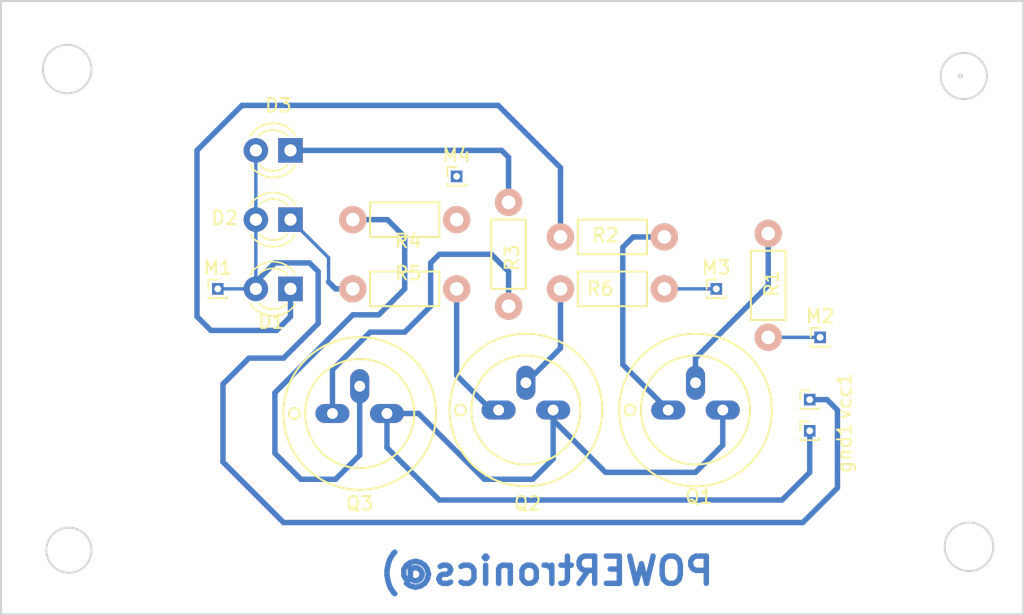
<source format=kicad_pcb>
(kicad_pcb (version 4) (host pcbnew 4.0.5)

  (general
    (links 19)
    (no_connects 1)
    (area 104.924999 49.924999 180.075001 95.075001)
    (thickness 1.6)
    (drawings 10)
    (tracks 84)
    (zones 0)
    (modules 18)
    (nets 15)
  )

  (page A4)
  (title_block
    (title "Water Level Indicator(without Alarm)")
    (date 2019-11-03)
    (company POWERtronics)
  )

  (layers
    (0 F.Cu signal)
    (31 B.Cu signal)
    (32 B.Adhes user)
    (33 F.Adhes user)
    (34 B.Paste user)
    (35 F.Paste user)
    (36 B.SilkS user)
    (37 F.SilkS user)
    (38 B.Mask user)
    (39 F.Mask user)
    (40 Dwgs.User user)
    (41 Cmts.User user)
    (42 Eco1.User user)
    (43 Eco2.User user)
    (44 Edge.Cuts user)
    (45 Margin user)
    (46 B.CrtYd user)
    (47 F.CrtYd user)
    (48 B.Fab user)
    (49 F.Fab user)
  )

  (setup
    (last_trace_width 0.25)
    (user_trace_width 0.4)
    (trace_clearance 0.2)
    (zone_clearance 0.508)
    (zone_45_only yes)
    (trace_min 0.2)
    (segment_width 0.2)
    (edge_width 0.15)
    (via_size 0.6)
    (via_drill 0.4)
    (via_min_size 0.4)
    (via_min_drill 0.3)
    (uvia_size 0.3)
    (uvia_drill 0.1)
    (uvias_allowed no)
    (uvia_min_size 0.2)
    (uvia_min_drill 0.1)
    (pcb_text_width 0.3)
    (pcb_text_size 1.5 1.5)
    (mod_edge_width 0.15)
    (mod_text_size 1 1)
    (mod_text_width 0.15)
    (pad_size 1.524 1.524)
    (pad_drill 0.762)
    (pad_to_mask_clearance 0.2)
    (aux_axis_origin 0 0)
    (visible_elements 7FFFFFFF)
    (pcbplotparams
      (layerselection 0x00030_80000001)
      (usegerberextensions false)
      (excludeedgelayer true)
      (linewidth 0.100000)
      (plotframeref false)
      (viasonmask false)
      (mode 1)
      (useauxorigin false)
      (hpglpennumber 1)
      (hpglpenspeed 20)
      (hpglpendiameter 15)
      (hpglpenoverlay 2)
      (psnegative false)
      (psa4output false)
      (plotreference true)
      (plotvalue true)
      (plotinvisibletext false)
      (padsonsilk false)
      (subtractmaskfromsilk false)
      (outputformat 1)
      (mirror false)
      (drillshape 0)
      (scaleselection 1)
      (outputdirectory ""))
  )

  (net 0 "")
  (net 1 "Net-(D1-Pad1)")
  (net 2 "Net-(D1-Pad2)")
  (net 3 "Net-(D2-Pad1)")
  (net 4 "Net-(D3-Pad1)")
  (net 5 "Net-(Q1-Pad3)")
  (net 6 "Net-(M2-Pad1)")
  (net 7 "Net-(M3-Pad1)")
  (net 8 "Net-(M4-Pad1)")
  (net 9 "Net-(Q1-Pad2)")
  (net 10 "Net-(Q1-Pad1)")
  (net 11 "Net-(Q2-Pad2)")
  (net 12 "Net-(Q2-Pad1)")
  (net 13 "Net-(Q3-Pad2)")
  (net 14 "Net-(Q3-Pad1)")

  (net_class Default "This is the default net class."
    (clearance 0.2)
    (trace_width 0.25)
    (via_dia 0.6)
    (via_drill 0.4)
    (uvia_dia 0.3)
    (uvia_drill 0.1)
    (add_net "Net-(D1-Pad1)")
    (add_net "Net-(D1-Pad2)")
    (add_net "Net-(D2-Pad1)")
    (add_net "Net-(D3-Pad1)")
    (add_net "Net-(M2-Pad1)")
    (add_net "Net-(M3-Pad1)")
    (add_net "Net-(M4-Pad1)")
    (add_net "Net-(Q1-Pad1)")
    (add_net "Net-(Q1-Pad2)")
    (add_net "Net-(Q1-Pad3)")
    (add_net "Net-(Q2-Pad1)")
    (add_net "Net-(Q2-Pad2)")
    (add_net "Net-(Q3-Pad1)")
    (add_net "Net-(Q3-Pad2)")
  )

  (module LEDs:LED_D3.0mm_FlatTop (layer F.Cu) (tedit 5DBE92D9) (tstamp 5DBE828D)
    (at 126.238 71.12 180)
    (descr "LED, Round, FlatTop, diameter 3.0mm, 2 pins, http://www.kingbright.com/attachments/file/psearch/000/00/00/L-47XEC(Ver.9A).pdf")
    (tags "LED Round FlatTop diameter 3.0mm 2 pins")
    (path /5DBE802B)
    (fp_text reference D1 (at 1.397 -2.413 180) (layer F.SilkS)
      (effects (font (size 1 1) (thickness 0.15)))
    )
    (fp_text value LED (at 1.27 2.96 180) (layer F.Fab)
      (effects (font (size 1 1) (thickness 0.15)))
    )
    (fp_arc (start 1.27 0) (end -0.23 -1.16619) (angle 284.3) (layer F.Fab) (width 0.1))
    (fp_arc (start 1.27 0) (end -0.29 -1.235516) (angle 108.8) (layer F.SilkS) (width 0.12))
    (fp_arc (start 1.27 0) (end -0.29 1.235516) (angle -108.8) (layer F.SilkS) (width 0.12))
    (fp_arc (start 1.27 0) (end 0.229039 -1.08) (angle 87.9) (layer F.SilkS) (width 0.12))
    (fp_arc (start 1.27 0) (end 0.229039 1.08) (angle -87.9) (layer F.SilkS) (width 0.12))
    (fp_circle (center 1.27 0) (end 2.77 0) (layer F.Fab) (width 0.1))
    (fp_line (start -0.23 -1.16619) (end -0.23 1.16619) (layer F.Fab) (width 0.1))
    (fp_line (start -0.29 -1.236) (end -0.29 -1.08) (layer F.SilkS) (width 0.12))
    (fp_line (start -0.29 1.08) (end -0.29 1.236) (layer F.SilkS) (width 0.12))
    (fp_line (start -1.15 -2.25) (end -1.15 2.25) (layer F.CrtYd) (width 0.05))
    (fp_line (start -1.15 2.25) (end 3.7 2.25) (layer F.CrtYd) (width 0.05))
    (fp_line (start 3.7 2.25) (end 3.7 -2.25) (layer F.CrtYd) (width 0.05))
    (fp_line (start 3.7 -2.25) (end -1.15 -2.25) (layer F.CrtYd) (width 0.05))
    (pad 1 thru_hole rect (at 0 0 180) (size 1.8 1.8) (drill 0.9) (layers *.Cu *.Mask)
      (net 1 "Net-(D1-Pad1)"))
    (pad 2 thru_hole circle (at 2.54 0 180) (size 1.8 1.8) (drill 0.9) (layers *.Cu *.Mask)
      (net 2 "Net-(D1-Pad2)"))
    (model ${KISYS3DMOD}/LEDs.3dshapes/LED_D3.0mm_FlatTop.wrl
      (at (xyz 0 0 0))
      (scale (xyz 0.393701 0.393701 0.393701))
      (rotate (xyz 0 0 0))
    )
  )

  (module LEDs:LED_D3.0mm_FlatTop (layer F.Cu) (tedit 5DBE92D6) (tstamp 5DBE8293)
    (at 126.238 66.04 180)
    (descr "LED, Round, FlatTop, diameter 3.0mm, 2 pins, http://www.kingbright.com/attachments/file/psearch/000/00/00/L-47XEC(Ver.9A).pdf")
    (tags "LED Round FlatTop diameter 3.0mm 2 pins")
    (path /5DBE805B)
    (fp_text reference D2 (at 4.826 0.127 180) (layer F.SilkS)
      (effects (font (size 1 1) (thickness 0.15)))
    )
    (fp_text value LED (at 1.27 2.96 180) (layer F.Fab)
      (effects (font (size 1 1) (thickness 0.15)))
    )
    (fp_arc (start 1.27 0) (end -0.23 -1.16619) (angle 284.3) (layer F.Fab) (width 0.1))
    (fp_arc (start 1.27 0) (end -0.29 -1.235516) (angle 108.8) (layer F.SilkS) (width 0.12))
    (fp_arc (start 1.27 0) (end -0.29 1.235516) (angle -108.8) (layer F.SilkS) (width 0.12))
    (fp_arc (start 1.27 0) (end 0.229039 -1.08) (angle 87.9) (layer F.SilkS) (width 0.12))
    (fp_arc (start 1.27 0) (end 0.229039 1.08) (angle -87.9) (layer F.SilkS) (width 0.12))
    (fp_circle (center 1.27 0) (end 2.77 0) (layer F.Fab) (width 0.1))
    (fp_line (start -0.23 -1.16619) (end -0.23 1.16619) (layer F.Fab) (width 0.1))
    (fp_line (start -0.29 -1.236) (end -0.29 -1.08) (layer F.SilkS) (width 0.12))
    (fp_line (start -0.29 1.08) (end -0.29 1.236) (layer F.SilkS) (width 0.12))
    (fp_line (start -1.15 -2.25) (end -1.15 2.25) (layer F.CrtYd) (width 0.05))
    (fp_line (start -1.15 2.25) (end 3.7 2.25) (layer F.CrtYd) (width 0.05))
    (fp_line (start 3.7 2.25) (end 3.7 -2.25) (layer F.CrtYd) (width 0.05))
    (fp_line (start 3.7 -2.25) (end -1.15 -2.25) (layer F.CrtYd) (width 0.05))
    (pad 1 thru_hole rect (at 0 0 180) (size 1.8 1.8) (drill 0.9) (layers *.Cu *.Mask)
      (net 3 "Net-(D2-Pad1)"))
    (pad 2 thru_hole circle (at 2.54 0 180) (size 1.8 1.8) (drill 0.9) (layers *.Cu *.Mask)
      (net 2 "Net-(D1-Pad2)"))
    (model ${KISYS3DMOD}/LEDs.3dshapes/LED_D3.0mm_FlatTop.wrl
      (at (xyz 0 0 0))
      (scale (xyz 0.393701 0.393701 0.393701))
      (rotate (xyz 0 0 0))
    )
  )

  (module LEDs:LED_D3.0mm_FlatTop (layer F.Cu) (tedit 5DBE92CE) (tstamp 5DBE8299)
    (at 126.238 60.96 180)
    (descr "LED, Round, FlatTop, diameter 3.0mm, 2 pins, http://www.kingbright.com/attachments/file/psearch/000/00/00/L-47XEC(Ver.9A).pdf")
    (tags "LED Round FlatTop diameter 3.0mm 2 pins")
    (path /5DBE809F)
    (fp_text reference D3 (at 0.889 3.302 180) (layer F.SilkS)
      (effects (font (size 1 1) (thickness 0.15)))
    )
    (fp_text value LED (at 1.27 2.96 180) (layer F.Fab)
      (effects (font (size 1 1) (thickness 0.15)))
    )
    (fp_arc (start 1.27 0) (end -0.23 -1.16619) (angle 284.3) (layer F.Fab) (width 0.1))
    (fp_arc (start 1.27 0) (end -0.29 -1.235516) (angle 108.8) (layer F.SilkS) (width 0.12))
    (fp_arc (start 1.27 0) (end -0.29 1.235516) (angle -108.8) (layer F.SilkS) (width 0.12))
    (fp_arc (start 1.27 0) (end 0.229039 -1.08) (angle 87.9) (layer F.SilkS) (width 0.12))
    (fp_arc (start 1.27 0) (end 0.229039 1.08) (angle -87.9) (layer F.SilkS) (width 0.12))
    (fp_circle (center 1.27 0) (end 2.77 0) (layer F.Fab) (width 0.1))
    (fp_line (start -0.23 -1.16619) (end -0.23 1.16619) (layer F.Fab) (width 0.1))
    (fp_line (start -0.29 -1.236) (end -0.29 -1.08) (layer F.SilkS) (width 0.12))
    (fp_line (start -0.29 1.08) (end -0.29 1.236) (layer F.SilkS) (width 0.12))
    (fp_line (start -1.15 -2.25) (end -1.15 2.25) (layer F.CrtYd) (width 0.05))
    (fp_line (start -1.15 2.25) (end 3.7 2.25) (layer F.CrtYd) (width 0.05))
    (fp_line (start 3.7 2.25) (end 3.7 -2.25) (layer F.CrtYd) (width 0.05))
    (fp_line (start 3.7 -2.25) (end -1.15 -2.25) (layer F.CrtYd) (width 0.05))
    (pad 1 thru_hole rect (at 0 0 180) (size 1.8 1.8) (drill 0.9) (layers *.Cu *.Mask)
      (net 4 "Net-(D3-Pad1)"))
    (pad 2 thru_hole circle (at 2.54 0 180) (size 1.8 1.8) (drill 0.9) (layers *.Cu *.Mask)
      (net 2 "Net-(D1-Pad2)"))
    (model ${KISYS3DMOD}/LEDs.3dshapes/LED_D3.0mm_FlatTop.wrl
      (at (xyz 0 0 0))
      (scale (xyz 0.393701 0.393701 0.393701))
      (rotate (xyz 0 0 0))
    )
  )

  (module Pin_Headers:Pin_Header_Straight_1x01_Pitch1.00mm (layer F.Cu) (tedit 5DBE922F) (tstamp 5DBE829E)
    (at 164.338 81.534)
    (descr "Through hole straight pin header, 1x01, 1.00mm pitch, single row")
    (tags "Through hole pin header THT 1x01 1.00mm single row")
    (path /5DBE8BFB)
    (fp_text reference gnd1 (at 2.54 1.27 90) (layer F.SilkS)
      (effects (font (size 1 1) (thickness 0.15)))
    )
    (fp_text value CONN_01X01 (at 0 1.56) (layer F.Fab)
      (effects (font (size 1 1) (thickness 0.15)))
    )
    (fp_line (start -0.3175 -0.5) (end 0.635 -0.5) (layer F.Fab) (width 0.1))
    (fp_line (start 0.635 -0.5) (end 0.635 0.5) (layer F.Fab) (width 0.1))
    (fp_line (start 0.635 0.5) (end -0.635 0.5) (layer F.Fab) (width 0.1))
    (fp_line (start -0.635 0.5) (end -0.635 -0.1825) (layer F.Fab) (width 0.1))
    (fp_line (start -0.635 -0.1825) (end -0.3175 -0.5) (layer F.Fab) (width 0.1))
    (fp_line (start -0.695 0.685) (end 0.695 0.685) (layer F.SilkS) (width 0.12))
    (fp_line (start -0.695 0.685) (end -0.695 0.56) (layer F.SilkS) (width 0.12))
    (fp_line (start 0.695 0.685) (end 0.695 0.56) (layer F.SilkS) (width 0.12))
    (fp_line (start -0.695 0.685) (end -0.608276 0.685) (layer F.SilkS) (width 0.12))
    (fp_line (start 0.608276 0.685) (end 0.695 0.685) (layer F.SilkS) (width 0.12))
    (fp_line (start -0.695 0) (end -0.695 -0.685) (layer F.SilkS) (width 0.12))
    (fp_line (start -0.695 -0.685) (end 0 -0.685) (layer F.SilkS) (width 0.12))
    (fp_line (start -1.15 -1) (end -1.15 1) (layer F.CrtYd) (width 0.05))
    (fp_line (start -1.15 1) (end 1.15 1) (layer F.CrtYd) (width 0.05))
    (fp_line (start 1.15 1) (end 1.15 -1) (layer F.CrtYd) (width 0.05))
    (fp_line (start 1.15 -1) (end -1.15 -1) (layer F.CrtYd) (width 0.05))
    (fp_text user %R (at 0 0 90) (layer F.Fab)
      (effects (font (size 0.76 0.76) (thickness 0.114)))
    )
    (pad 1 thru_hole rect (at 0 0) (size 0.85 0.85) (drill 0.5) (layers *.Cu *.Mask)
      (net 5 "Net-(Q1-Pad3)"))
    (model ${KISYS3DMOD}/Pin_Headers.3dshapes/Pin_Header_Straight_1x01_Pitch1.00mm.wrl
      (at (xyz 0 0 0))
      (scale (xyz 1 1 1))
      (rotate (xyz 0 0 0))
    )
  )

  (module Pin_Headers:Pin_Header_Straight_1x01_Pitch1.00mm (layer F.Cu) (tedit 59B55814) (tstamp 5DBE82A3)
    (at 120.904 71.12)
    (descr "Through hole straight pin header, 1x01, 1.00mm pitch, single row")
    (tags "Through hole pin header THT 1x01 1.00mm single row")
    (path /5DBE86E6)
    (fp_text reference M1 (at 0 -1.56) (layer F.SilkS)
      (effects (font (size 1 1) (thickness 0.15)))
    )
    (fp_text value CONN_01X01 (at 0 1.56) (layer F.Fab)
      (effects (font (size 1 1) (thickness 0.15)))
    )
    (fp_line (start -0.3175 -0.5) (end 0.635 -0.5) (layer F.Fab) (width 0.1))
    (fp_line (start 0.635 -0.5) (end 0.635 0.5) (layer F.Fab) (width 0.1))
    (fp_line (start 0.635 0.5) (end -0.635 0.5) (layer F.Fab) (width 0.1))
    (fp_line (start -0.635 0.5) (end -0.635 -0.1825) (layer F.Fab) (width 0.1))
    (fp_line (start -0.635 -0.1825) (end -0.3175 -0.5) (layer F.Fab) (width 0.1))
    (fp_line (start -0.695 0.685) (end 0.695 0.685) (layer F.SilkS) (width 0.12))
    (fp_line (start -0.695 0.685) (end -0.695 0.56) (layer F.SilkS) (width 0.12))
    (fp_line (start 0.695 0.685) (end 0.695 0.56) (layer F.SilkS) (width 0.12))
    (fp_line (start -0.695 0.685) (end -0.608276 0.685) (layer F.SilkS) (width 0.12))
    (fp_line (start 0.608276 0.685) (end 0.695 0.685) (layer F.SilkS) (width 0.12))
    (fp_line (start -0.695 0) (end -0.695 -0.685) (layer F.SilkS) (width 0.12))
    (fp_line (start -0.695 -0.685) (end 0 -0.685) (layer F.SilkS) (width 0.12))
    (fp_line (start -1.15 -1) (end -1.15 1) (layer F.CrtYd) (width 0.05))
    (fp_line (start -1.15 1) (end 1.15 1) (layer F.CrtYd) (width 0.05))
    (fp_line (start 1.15 1) (end 1.15 -1) (layer F.CrtYd) (width 0.05))
    (fp_line (start 1.15 -1) (end -1.15 -1) (layer F.CrtYd) (width 0.05))
    (fp_text user %R (at 0 0 90) (layer F.Fab)
      (effects (font (size 0.76 0.76) (thickness 0.114)))
    )
    (pad 1 thru_hole rect (at 0 0) (size 0.85 0.85) (drill 0.5) (layers *.Cu *.Mask)
      (net 2 "Net-(D1-Pad2)"))
    (model ${KISYS3DMOD}/Pin_Headers.3dshapes/Pin_Header_Straight_1x01_Pitch1.00mm.wrl
      (at (xyz 0 0 0))
      (scale (xyz 1 1 1))
      (rotate (xyz 0 0 0))
    )
  )

  (module Pin_Headers:Pin_Header_Straight_1x01_Pitch1.00mm (layer F.Cu) (tedit 59B55814) (tstamp 5DBE82A8)
    (at 165.1 74.676)
    (descr "Through hole straight pin header, 1x01, 1.00mm pitch, single row")
    (tags "Through hole pin header THT 1x01 1.00mm single row")
    (path /5DBE894A)
    (fp_text reference M2 (at 0 -1.56) (layer F.SilkS)
      (effects (font (size 1 1) (thickness 0.15)))
    )
    (fp_text value CONN_01X01 (at 0 1.56) (layer F.Fab)
      (effects (font (size 1 1) (thickness 0.15)))
    )
    (fp_line (start -0.3175 -0.5) (end 0.635 -0.5) (layer F.Fab) (width 0.1))
    (fp_line (start 0.635 -0.5) (end 0.635 0.5) (layer F.Fab) (width 0.1))
    (fp_line (start 0.635 0.5) (end -0.635 0.5) (layer F.Fab) (width 0.1))
    (fp_line (start -0.635 0.5) (end -0.635 -0.1825) (layer F.Fab) (width 0.1))
    (fp_line (start -0.635 -0.1825) (end -0.3175 -0.5) (layer F.Fab) (width 0.1))
    (fp_line (start -0.695 0.685) (end 0.695 0.685) (layer F.SilkS) (width 0.12))
    (fp_line (start -0.695 0.685) (end -0.695 0.56) (layer F.SilkS) (width 0.12))
    (fp_line (start 0.695 0.685) (end 0.695 0.56) (layer F.SilkS) (width 0.12))
    (fp_line (start -0.695 0.685) (end -0.608276 0.685) (layer F.SilkS) (width 0.12))
    (fp_line (start 0.608276 0.685) (end 0.695 0.685) (layer F.SilkS) (width 0.12))
    (fp_line (start -0.695 0) (end -0.695 -0.685) (layer F.SilkS) (width 0.12))
    (fp_line (start -0.695 -0.685) (end 0 -0.685) (layer F.SilkS) (width 0.12))
    (fp_line (start -1.15 -1) (end -1.15 1) (layer F.CrtYd) (width 0.05))
    (fp_line (start -1.15 1) (end 1.15 1) (layer F.CrtYd) (width 0.05))
    (fp_line (start 1.15 1) (end 1.15 -1) (layer F.CrtYd) (width 0.05))
    (fp_line (start 1.15 -1) (end -1.15 -1) (layer F.CrtYd) (width 0.05))
    (fp_text user %R (at 0 0 90) (layer F.Fab)
      (effects (font (size 0.76 0.76) (thickness 0.114)))
    )
    (pad 1 thru_hole rect (at 0 0) (size 0.85 0.85) (drill 0.5) (layers *.Cu *.Mask)
      (net 6 "Net-(M2-Pad1)"))
    (model ${KISYS3DMOD}/Pin_Headers.3dshapes/Pin_Header_Straight_1x01_Pitch1.00mm.wrl
      (at (xyz 0 0 0))
      (scale (xyz 1 1 1))
      (rotate (xyz 0 0 0))
    )
  )

  (module Pin_Headers:Pin_Header_Straight_1x01_Pitch1.00mm (layer F.Cu) (tedit 5DBE8C77) (tstamp 5DBE82AD)
    (at 157.48 71.12)
    (descr "Through hole straight pin header, 1x01, 1.00mm pitch, single row")
    (tags "Through hole pin header THT 1x01 1.00mm single row")
    (path /5DBE89A2)
    (fp_text reference M3 (at 0 -1.56) (layer F.SilkS)
      (effects (font (size 1 1) (thickness 0.15)))
    )
    (fp_text value CONN_01X01 (at -1.143 -2.159) (layer F.Fab)
      (effects (font (size 1 1) (thickness 0.15)))
    )
    (fp_line (start -0.3175 -0.5) (end 0.635 -0.5) (layer F.Fab) (width 0.1))
    (fp_line (start 0.635 -0.5) (end 0.635 0.5) (layer F.Fab) (width 0.1))
    (fp_line (start 0.635 0.5) (end -0.635 0.5) (layer F.Fab) (width 0.1))
    (fp_line (start -0.635 0.5) (end -0.635 -0.1825) (layer F.Fab) (width 0.1))
    (fp_line (start -0.635 -0.1825) (end -0.3175 -0.5) (layer F.Fab) (width 0.1))
    (fp_line (start -0.695 0.685) (end 0.695 0.685) (layer F.SilkS) (width 0.12))
    (fp_line (start -0.695 0.685) (end -0.695 0.56) (layer F.SilkS) (width 0.12))
    (fp_line (start 0.695 0.685) (end 0.695 0.56) (layer F.SilkS) (width 0.12))
    (fp_line (start -0.695 0.685) (end -0.608276 0.685) (layer F.SilkS) (width 0.12))
    (fp_line (start 0.608276 0.685) (end 0.695 0.685) (layer F.SilkS) (width 0.12))
    (fp_line (start -0.695 0) (end -0.695 -0.685) (layer F.SilkS) (width 0.12))
    (fp_line (start -0.695 -0.685) (end 0 -0.685) (layer F.SilkS) (width 0.12))
    (fp_line (start -1.15 -1) (end -1.15 1) (layer F.CrtYd) (width 0.05))
    (fp_line (start -1.15 1) (end 1.15 1) (layer F.CrtYd) (width 0.05))
    (fp_line (start 1.15 1) (end 1.15 -1) (layer F.CrtYd) (width 0.05))
    (fp_line (start 1.15 -1) (end -1.15 -1) (layer F.CrtYd) (width 0.05))
    (fp_text user %R (at 0 0 90) (layer F.Fab)
      (effects (font (size 0.76 0.76) (thickness 0.114)))
    )
    (pad 1 thru_hole rect (at 0 0) (size 0.85 0.85) (drill 0.5) (layers *.Cu *.Mask)
      (net 7 "Net-(M3-Pad1)"))
    (model ${KISYS3DMOD}/Pin_Headers.3dshapes/Pin_Header_Straight_1x01_Pitch1.00mm.wrl
      (at (xyz 0 0 0))
      (scale (xyz 1 1 1))
      (rotate (xyz 0 0 0))
    )
  )

  (module Pin_Headers:Pin_Header_Straight_1x01_Pitch1.00mm (layer F.Cu) (tedit 59B55814) (tstamp 5DBE82B2)
    (at 138.43 62.865)
    (descr "Through hole straight pin header, 1x01, 1.00mm pitch, single row")
    (tags "Through hole pin header THT 1x01 1.00mm single row")
    (path /5DBE89ED)
    (fp_text reference M4 (at 0 -1.56) (layer F.SilkS)
      (effects (font (size 1 1) (thickness 0.15)))
    )
    (fp_text value CONN_01X01 (at 0 1.56) (layer F.Fab)
      (effects (font (size 1 1) (thickness 0.15)))
    )
    (fp_line (start -0.3175 -0.5) (end 0.635 -0.5) (layer F.Fab) (width 0.1))
    (fp_line (start 0.635 -0.5) (end 0.635 0.5) (layer F.Fab) (width 0.1))
    (fp_line (start 0.635 0.5) (end -0.635 0.5) (layer F.Fab) (width 0.1))
    (fp_line (start -0.635 0.5) (end -0.635 -0.1825) (layer F.Fab) (width 0.1))
    (fp_line (start -0.635 -0.1825) (end -0.3175 -0.5) (layer F.Fab) (width 0.1))
    (fp_line (start -0.695 0.685) (end 0.695 0.685) (layer F.SilkS) (width 0.12))
    (fp_line (start -0.695 0.685) (end -0.695 0.56) (layer F.SilkS) (width 0.12))
    (fp_line (start 0.695 0.685) (end 0.695 0.56) (layer F.SilkS) (width 0.12))
    (fp_line (start -0.695 0.685) (end -0.608276 0.685) (layer F.SilkS) (width 0.12))
    (fp_line (start 0.608276 0.685) (end 0.695 0.685) (layer F.SilkS) (width 0.12))
    (fp_line (start -0.695 0) (end -0.695 -0.685) (layer F.SilkS) (width 0.12))
    (fp_line (start -0.695 -0.685) (end 0 -0.685) (layer F.SilkS) (width 0.12))
    (fp_line (start -1.15 -1) (end -1.15 1) (layer F.CrtYd) (width 0.05))
    (fp_line (start -1.15 1) (end 1.15 1) (layer F.CrtYd) (width 0.05))
    (fp_line (start 1.15 1) (end 1.15 -1) (layer F.CrtYd) (width 0.05))
    (fp_line (start 1.15 -1) (end -1.15 -1) (layer F.CrtYd) (width 0.05))
    (fp_text user %R (at 0 0 90) (layer F.Fab)
      (effects (font (size 0.76 0.76) (thickness 0.114)))
    )
    (pad 1 thru_hole rect (at 0 0) (size 0.85 0.85) (drill 0.5) (layers *.Cu *.Mask)
      (net 8 "Net-(M4-Pad1)"))
    (model ${KISYS3DMOD}/Pin_Headers.3dshapes/Pin_Header_Straight_1x01_Pitch1.00mm.wrl
      (at (xyz 0 0 0))
      (scale (xyz 1 1 1))
      (rotate (xyz 0 0 0))
    )
  )

  (module Transistors_OldSowjetAera:OldSowjetaera_Transistor_Type-II_BigPads (layer F.Cu) (tedit 5DBE9217) (tstamp 5DBE82B9)
    (at 155.956 80.01)
    (path /5DBE7D88)
    (fp_text reference Q1 (at 0.254 6.35) (layer F.SilkS)
      (effects (font (size 1 1) (thickness 0.15)))
    )
    (fp_text value BC548 (at 0.1 7.6) (layer F.Fab)
      (effects (font (size 1 1) (thickness 0.15)))
    )
    (fp_circle (center -4.8 0) (end -4.8 0.4) (layer F.SilkS) (width 0.15))
    (fp_circle (center 0 0) (end 4 0) (layer F.SilkS) (width 0.15))
    (fp_circle (center 0 0) (end 5.6 0) (layer F.SilkS) (width 0.15))
    (pad 2 thru_hole oval (at 0 -2) (size 1.4 2.5) (drill 0.8) (layers *.Cu *.Mask)
      (net 9 "Net-(Q1-Pad2)"))
    (pad 1 thru_hole oval (at -2 0 90) (size 1.4 2.5) (drill 0.8) (layers *.Cu *.Mask)
      (net 10 "Net-(Q1-Pad1)"))
    (pad 3 thru_hole oval (at 2 0 90) (size 1.4 2.5) (drill 0.8) (layers *.Cu *.Mask)
      (net 5 "Net-(Q1-Pad3)"))
    (model Transistors_OldSowjetAera.3dshapes/OldSowjetaera_Transistor_Type-II_BigPads.wrl
      (at (xyz 0 0 0))
      (scale (xyz 0.3937 0.3937 0.3937))
      (rotate (xyz 0 0 0))
    )
  )

  (module Transistors_OldSowjetAera:OldSowjetaera_Transistor_Type-II_BigPads (layer F.Cu) (tedit 5DBE9210) (tstamp 5DBE82C0)
    (at 143.51 80.01)
    (path /5DBE7DEB)
    (fp_text reference Q2 (at 0.127 6.858) (layer F.SilkS)
      (effects (font (size 1 1) (thickness 0.15)))
    )
    (fp_text value BC548 (at 0.1 7.6) (layer F.Fab)
      (effects (font (size 1 1) (thickness 0.15)))
    )
    (fp_circle (center -4.8 0) (end -4.8 0.4) (layer F.SilkS) (width 0.15))
    (fp_circle (center 0 0) (end 4 0) (layer F.SilkS) (width 0.15))
    (fp_circle (center 0 0) (end 5.6 0) (layer F.SilkS) (width 0.15))
    (pad 2 thru_hole oval (at 0 -2) (size 1.4 2.5) (drill 0.8) (layers *.Cu *.Mask)
      (net 11 "Net-(Q2-Pad2)"))
    (pad 1 thru_hole oval (at -2 0 90) (size 1.4 2.5) (drill 0.8) (layers *.Cu *.Mask)
      (net 12 "Net-(Q2-Pad1)"))
    (pad 3 thru_hole oval (at 2 0 90) (size 1.4 2.5) (drill 0.8) (layers *.Cu *.Mask)
      (net 5 "Net-(Q1-Pad3)"))
    (model Transistors_OldSowjetAera.3dshapes/OldSowjetaera_Transistor_Type-II_BigPads.wrl
      (at (xyz 0 0 0))
      (scale (xyz 0.3937 0.3937 0.3937))
      (rotate (xyz 0 0 0))
    )
  )

  (module Transistors_OldSowjetAera:OldSowjetaera_Transistor_Type-II_BigPads (layer F.Cu) (tedit 5DBE91F8) (tstamp 5DBE82C7)
    (at 131.318 80.264)
    (path /5DBE7E51)
    (fp_text reference Q3 (at 0 6.604) (layer F.SilkS)
      (effects (font (size 1 1) (thickness 0.15)))
    )
    (fp_text value BC548 (at 0.1 7.6) (layer F.Fab)
      (effects (font (size 1 1) (thickness 0.15)))
    )
    (fp_circle (center -4.8 0) (end -4.8 0.4) (layer F.SilkS) (width 0.15))
    (fp_circle (center 0 0) (end 4 0) (layer F.SilkS) (width 0.15))
    (fp_circle (center 0 0) (end 5.6 0) (layer F.SilkS) (width 0.15))
    (pad 2 thru_hole oval (at 0 -2) (size 1.4 2.5) (drill 0.8) (layers *.Cu *.Mask)
      (net 13 "Net-(Q3-Pad2)"))
    (pad 1 thru_hole oval (at -2 0 90) (size 1.4 2.5) (drill 0.8) (layers *.Cu *.Mask)
      (net 14 "Net-(Q3-Pad1)"))
    (pad 3 thru_hole oval (at 2 0 90) (size 1.4 2.5) (drill 0.8) (layers *.Cu *.Mask)
      (net 5 "Net-(Q1-Pad3)"))
    (model Transistors_OldSowjetAera.3dshapes/OldSowjetaera_Transistor_Type-II_BigPads.wrl
      (at (xyz 0 0 0))
      (scale (xyz 0.3937 0.3937 0.3937))
      (rotate (xyz 0 0 0))
    )
  )

  (module Resistors_ThroughHole:Resistor_Horizontal_RM7mm (layer F.Cu) (tedit 5DBE923C) (tstamp 5DBE82CD)
    (at 161.29 67.056 270)
    (descr "Resistor, Axial,  RM 7.62mm, 1/3W,")
    (tags "Resistor Axial RM 7.62mm 1/3W R3")
    (path /5DBE85EB)
    (fp_text reference R1 (at 3.683 -0.254 270) (layer F.SilkS)
      (effects (font (size 1 1) (thickness 0.15)))
    )
    (fp_text value 2.2k (at 1.27 18.923 270) (layer F.Fab)
      (effects (font (size 1 1) (thickness 0.15)))
    )
    (fp_line (start -1.25 -1.5) (end 8.85 -1.5) (layer F.CrtYd) (width 0.05))
    (fp_line (start -1.25 1.5) (end -1.25 -1.5) (layer F.CrtYd) (width 0.05))
    (fp_line (start 8.85 -1.5) (end 8.85 1.5) (layer F.CrtYd) (width 0.05))
    (fp_line (start -1.25 1.5) (end 8.85 1.5) (layer F.CrtYd) (width 0.05))
    (fp_line (start 1.27 -1.27) (end 6.35 -1.27) (layer F.SilkS) (width 0.15))
    (fp_line (start 6.35 -1.27) (end 6.35 1.27) (layer F.SilkS) (width 0.15))
    (fp_line (start 6.35 1.27) (end 1.27 1.27) (layer F.SilkS) (width 0.15))
    (fp_line (start 1.27 1.27) (end 1.27 -1.27) (layer F.SilkS) (width 0.15))
    (pad 1 thru_hole circle (at 0 0 270) (size 1.99898 1.99898) (drill 1.00076) (layers *.Cu *.SilkS *.Mask)
      (net 9 "Net-(Q1-Pad2)"))
    (pad 2 thru_hole circle (at 7.62 0 270) (size 1.99898 1.99898) (drill 1.00076) (layers *.Cu *.SilkS *.Mask)
      (net 6 "Net-(M2-Pad1)"))
  )

  (module Resistors_ThroughHole:Resistor_Horizontal_RM7mm (layer F.Cu) (tedit 5DBE9249) (tstamp 5DBE82D3)
    (at 146.05 67.31)
    (descr "Resistor, Axial,  RM 7.62mm, 1/3W,")
    (tags "Resistor Axial RM 7.62mm 1/3W R3")
    (path /5DBE7E89)
    (fp_text reference R2 (at 3.302 -0.127) (layer F.SilkS)
      (effects (font (size 1 1) (thickness 0.15)))
    )
    (fp_text value 100e (at 3.81 3.81) (layer F.Fab)
      (effects (font (size 1 1) (thickness 0.15)))
    )
    (fp_line (start -1.25 -1.5) (end 8.85 -1.5) (layer F.CrtYd) (width 0.05))
    (fp_line (start -1.25 1.5) (end -1.25 -1.5) (layer F.CrtYd) (width 0.05))
    (fp_line (start 8.85 -1.5) (end 8.85 1.5) (layer F.CrtYd) (width 0.05))
    (fp_line (start -1.25 1.5) (end 8.85 1.5) (layer F.CrtYd) (width 0.05))
    (fp_line (start 1.27 -1.27) (end 6.35 -1.27) (layer F.SilkS) (width 0.15))
    (fp_line (start 6.35 -1.27) (end 6.35 1.27) (layer F.SilkS) (width 0.15))
    (fp_line (start 6.35 1.27) (end 1.27 1.27) (layer F.SilkS) (width 0.15))
    (fp_line (start 1.27 1.27) (end 1.27 -1.27) (layer F.SilkS) (width 0.15))
    (pad 1 thru_hole circle (at 0 0) (size 1.99898 1.99898) (drill 1.00076) (layers *.Cu *.SilkS *.Mask)
      (net 1 "Net-(D1-Pad1)"))
    (pad 2 thru_hole circle (at 7.62 0) (size 1.99898 1.99898) (drill 1.00076) (layers *.Cu *.SilkS *.Mask)
      (net 10 "Net-(Q1-Pad1)"))
  )

  (module Resistors_ThroughHole:Resistor_Horizontal_RM7mm (layer F.Cu) (tedit 5DBE92B0) (tstamp 5DBE82D9)
    (at 146.05 71.12)
    (descr "Resistor, Axial,  RM 7.62mm, 1/3W,")
    (tags "Resistor Axial RM 7.62mm 1/3W R3")
    (path /5DBE8651)
    (fp_text reference R3 (at -3.556 -2.286 90) (layer F.SilkS)
      (effects (font (size 1 1) (thickness 0.15)))
    )
    (fp_text value 2.2k (at 3.175 -3.556) (layer F.Fab)
      (effects (font (size 1 1) (thickness 0.15)))
    )
    (fp_line (start -1.25 -1.5) (end 8.85 -1.5) (layer F.CrtYd) (width 0.05))
    (fp_line (start -1.25 1.5) (end -1.25 -1.5) (layer F.CrtYd) (width 0.05))
    (fp_line (start 8.85 -1.5) (end 8.85 1.5) (layer F.CrtYd) (width 0.05))
    (fp_line (start -1.25 1.5) (end 8.85 1.5) (layer F.CrtYd) (width 0.05))
    (fp_line (start 1.27 -1.27) (end 6.35 -1.27) (layer F.SilkS) (width 0.15))
    (fp_line (start 6.35 -1.27) (end 6.35 1.27) (layer F.SilkS) (width 0.15))
    (fp_line (start 6.35 1.27) (end 1.27 1.27) (layer F.SilkS) (width 0.15))
    (fp_line (start 1.27 1.27) (end 1.27 -1.27) (layer F.SilkS) (width 0.15))
    (pad 1 thru_hole circle (at 0 0) (size 1.99898 1.99898) (drill 1.00076) (layers *.Cu *.SilkS *.Mask)
      (net 11 "Net-(Q2-Pad2)"))
    (pad 2 thru_hole circle (at 7.62 0) (size 1.99898 1.99898) (drill 1.00076) (layers *.Cu *.SilkS *.Mask)
      (net 7 "Net-(M3-Pad1)"))
  )

  (module Resistors_ThroughHole:Resistor_Horizontal_RM7mm (layer F.Cu) (tedit 5DBE8C44) (tstamp 5DBE82DF)
    (at 130.81 71.12)
    (descr "Resistor, Axial,  RM 7.62mm, 1/3W,")
    (tags "Resistor Axial RM 7.62mm 1/3W R3")
    (path /5DBE7EAC)
    (fp_text reference R4 (at 4.05892 -3.50012) (layer F.SilkS)
      (effects (font (size 1 1) (thickness 0.15)))
    )
    (fp_text value 100e (at 3.81 -3.937) (layer F.Fab)
      (effects (font (size 1 1) (thickness 0.15)))
    )
    (fp_line (start -1.25 -1.5) (end 8.85 -1.5) (layer F.CrtYd) (width 0.05))
    (fp_line (start -1.25 1.5) (end -1.25 -1.5) (layer F.CrtYd) (width 0.05))
    (fp_line (start 8.85 -1.5) (end 8.85 1.5) (layer F.CrtYd) (width 0.05))
    (fp_line (start -1.25 1.5) (end 8.85 1.5) (layer F.CrtYd) (width 0.05))
    (fp_line (start 1.27 -1.27) (end 6.35 -1.27) (layer F.SilkS) (width 0.15))
    (fp_line (start 6.35 -1.27) (end 6.35 1.27) (layer F.SilkS) (width 0.15))
    (fp_line (start 6.35 1.27) (end 1.27 1.27) (layer F.SilkS) (width 0.15))
    (fp_line (start 1.27 1.27) (end 1.27 -1.27) (layer F.SilkS) (width 0.15))
    (pad 1 thru_hole circle (at 0 0) (size 1.99898 1.99898) (drill 1.00076) (layers *.Cu *.SilkS *.Mask)
      (net 3 "Net-(D2-Pad1)"))
    (pad 2 thru_hole circle (at 7.62 0) (size 1.99898 1.99898) (drill 1.00076) (layers *.Cu *.SilkS *.Mask)
      (net 12 "Net-(Q2-Pad1)"))
  )

  (module Resistors_ThroughHole:Resistor_Horizontal_RM7mm (layer F.Cu) (tedit 5DBE9293) (tstamp 5DBE82E5)
    (at 130.81 66.04)
    (descr "Resistor, Axial,  RM 7.62mm, 1/3W,")
    (tags "Resistor Axial RM 7.62mm 1/3W R3")
    (path /5DBE8694)
    (fp_text reference R5 (at 4.064 3.937) (layer F.SilkS)
      (effects (font (size 1 1) (thickness 0.15)))
    )
    (fp_text value 2.2k (at 3.81 3.81) (layer F.Fab)
      (effects (font (size 1 1) (thickness 0.15)))
    )
    (fp_line (start -1.25 -1.5) (end 8.85 -1.5) (layer F.CrtYd) (width 0.05))
    (fp_line (start -1.25 1.5) (end -1.25 -1.5) (layer F.CrtYd) (width 0.05))
    (fp_line (start 8.85 -1.5) (end 8.85 1.5) (layer F.CrtYd) (width 0.05))
    (fp_line (start -1.25 1.5) (end 8.85 1.5) (layer F.CrtYd) (width 0.05))
    (fp_line (start 1.27 -1.27) (end 6.35 -1.27) (layer F.SilkS) (width 0.15))
    (fp_line (start 6.35 -1.27) (end 6.35 1.27) (layer F.SilkS) (width 0.15))
    (fp_line (start 6.35 1.27) (end 1.27 1.27) (layer F.SilkS) (width 0.15))
    (fp_line (start 1.27 1.27) (end 1.27 -1.27) (layer F.SilkS) (width 0.15))
    (pad 1 thru_hole circle (at 0 0) (size 1.99898 1.99898) (drill 1.00076) (layers *.Cu *.SilkS *.Mask)
      (net 13 "Net-(Q3-Pad2)"))
    (pad 2 thru_hole circle (at 7.62 0) (size 1.99898 1.99898) (drill 1.00076) (layers *.Cu *.SilkS *.Mask)
      (net 8 "Net-(M4-Pad1)"))
  )

  (module Resistors_ThroughHole:Resistor_Horizontal_RM7mm (layer F.Cu) (tedit 5DBE92B8) (tstamp 5DBE82EB)
    (at 142.24 64.77 270)
    (descr "Resistor, Axial,  RM 7.62mm, 1/3W,")
    (tags "Resistor Axial RM 7.62mm 1/3W R3")
    (path /5DBE7EED)
    (fp_text reference R6 (at 6.35 -6.731 360) (layer F.SilkS)
      (effects (font (size 1 1) (thickness 0.15)))
    )
    (fp_text value 100e (at 3.81 3.81 270) (layer F.Fab)
      (effects (font (size 1 1) (thickness 0.15)))
    )
    (fp_line (start -1.25 -1.5) (end 8.85 -1.5) (layer F.CrtYd) (width 0.05))
    (fp_line (start -1.25 1.5) (end -1.25 -1.5) (layer F.CrtYd) (width 0.05))
    (fp_line (start 8.85 -1.5) (end 8.85 1.5) (layer F.CrtYd) (width 0.05))
    (fp_line (start -1.25 1.5) (end 8.85 1.5) (layer F.CrtYd) (width 0.05))
    (fp_line (start 1.27 -1.27) (end 6.35 -1.27) (layer F.SilkS) (width 0.15))
    (fp_line (start 6.35 -1.27) (end 6.35 1.27) (layer F.SilkS) (width 0.15))
    (fp_line (start 6.35 1.27) (end 1.27 1.27) (layer F.SilkS) (width 0.15))
    (fp_line (start 1.27 1.27) (end 1.27 -1.27) (layer F.SilkS) (width 0.15))
    (pad 1 thru_hole circle (at 0 0 270) (size 1.99898 1.99898) (drill 1.00076) (layers *.Cu *.SilkS *.Mask)
      (net 4 "Net-(D3-Pad1)"))
    (pad 2 thru_hole circle (at 7.62 0 270) (size 1.99898 1.99898) (drill 1.00076) (layers *.Cu *.SilkS *.Mask)
      (net 14 "Net-(Q3-Pad1)"))
  )

  (module Pin_Headers:Pin_Header_Straight_1x01_Pitch1.00mm (layer F.Cu) (tedit 5DBE9234) (tstamp 5DBE82F0)
    (at 164.338 79.248)
    (descr "Through hole straight pin header, 1x01, 1.00mm pitch, single row")
    (tags "Through hole pin header THT 1x01 1.00mm single row")
    (path /5DBE9882)
    (fp_text reference vcc1 (at 2.54 -0.254 90) (layer F.SilkS)
      (effects (font (size 1 1) (thickness 0.15)))
    )
    (fp_text value CONN_01X01 (at 0 1.56) (layer F.Fab)
      (effects (font (size 1 1) (thickness 0.15)))
    )
    (fp_line (start -0.3175 -0.5) (end 0.635 -0.5) (layer F.Fab) (width 0.1))
    (fp_line (start 0.635 -0.5) (end 0.635 0.5) (layer F.Fab) (width 0.1))
    (fp_line (start 0.635 0.5) (end -0.635 0.5) (layer F.Fab) (width 0.1))
    (fp_line (start -0.635 0.5) (end -0.635 -0.1825) (layer F.Fab) (width 0.1))
    (fp_line (start -0.635 -0.1825) (end -0.3175 -0.5) (layer F.Fab) (width 0.1))
    (fp_line (start -0.695 0.685) (end 0.695 0.685) (layer F.SilkS) (width 0.12))
    (fp_line (start -0.695 0.685) (end -0.695 0.56) (layer F.SilkS) (width 0.12))
    (fp_line (start 0.695 0.685) (end 0.695 0.56) (layer F.SilkS) (width 0.12))
    (fp_line (start -0.695 0.685) (end -0.608276 0.685) (layer F.SilkS) (width 0.12))
    (fp_line (start 0.608276 0.685) (end 0.695 0.685) (layer F.SilkS) (width 0.12))
    (fp_line (start -0.695 0) (end -0.695 -0.685) (layer F.SilkS) (width 0.12))
    (fp_line (start -0.695 -0.685) (end 0 -0.685) (layer F.SilkS) (width 0.12))
    (fp_line (start -1.15 -1) (end -1.15 1) (layer F.CrtYd) (width 0.05))
    (fp_line (start -1.15 1) (end 1.15 1) (layer F.CrtYd) (width 0.05))
    (fp_line (start 1.15 1) (end 1.15 -1) (layer F.CrtYd) (width 0.05))
    (fp_line (start 1.15 -1) (end -1.15 -1) (layer F.CrtYd) (width 0.05))
    (fp_text user %R (at 2.54 -0.381 90) (layer F.Fab)
      (effects (font (size 0.76 0.76) (thickness 0.114)))
    )
    (pad 1 thru_hole rect (at 0 0) (size 0.85 0.85) (drill 0.5) (layers *.Cu *.Mask)
      (net 2 "Net-(D1-Pad2)"))
    (model ${KISYS3DMOD}/Pin_Headers.3dshapes/Pin_Header_Straight_1x01_Pitch1.00mm.wrl
      (at (xyz 0 0 0))
      (scale (xyz 1 1 1))
      (rotate (xyz 0 0 0))
    )
  )

  (gr_circle (center 109.855 54.991) (end 109.982 56.769) (layer Edge.Cuts) (width 0.15))
  (gr_circle (center 175.641 55.499) (end 176.022 57.15) (layer Edge.Cuts) (width 0.15))
  (gr_circle (center 175.387 55.499) (end 175.387 55.372) (layer Edge.Cuts) (width 0.15))
  (gr_circle (center 109.982 90.297) (end 110.109 88.646) (layer Edge.Cuts) (width 0.15))
  (gr_circle (center 176.022 90.043) (end 176.149 88.265) (layer Edge.Cuts) (width 0.15))
  (gr_line (start 180 50) (end 105 50) (angle 90) (layer Edge.Cuts) (width 0.15))
  (gr_line (start 180 95) (end 180 50) (angle 90) (layer Edge.Cuts) (width 0.15))
  (gr_line (start 105 95) (end 180 95) (angle 90) (layer Edge.Cuts) (width 0.15))
  (gr_line (start 105 50) (end 105 95) (angle 90) (layer Edge.Cuts) (width 0.15))
  (gr_text "POWERtronics@)" (at 145.034 91.821) (layer B.Cu)
    (effects (font (size 2 2) (thickness 0.4)) (justify mirror))
  )

  (segment (start 126.238 71.12) (end 126.238 73.152) (width 0.4) (layer B.Cu) (net 1))
  (segment (start 126.238 73.152) (end 125.222 74.168) (width 0.4) (layer B.Cu) (net 1) (tstamp 5DBE86BA))
  (segment (start 125.222 74.168) (end 120.396 74.168) (width 0.4) (layer B.Cu) (net 1) (tstamp 5DBE86BD))
  (segment (start 120.396 74.168) (end 119.38 73.152) (width 0.4) (layer B.Cu) (net 1) (tstamp 5DBE86BF))
  (segment (start 119.38 73.152) (end 119.38 60.96) (width 0.4) (layer B.Cu) (net 1) (tstamp 5DBE86C1))
  (segment (start 119.38 60.96) (end 122.682 57.658) (width 0.4) (layer B.Cu) (net 1) (tstamp 5DBE86C8))
  (segment (start 122.682 57.658) (end 141.478 57.658) (width 0.4) (layer B.Cu) (net 1) (tstamp 5DBE86CB))
  (segment (start 141.478 57.658) (end 146.05 62.23) (width 0.4) (layer B.Cu) (net 1) (tstamp 5DBE86D0))
  (segment (start 146.05 62.23) (end 146.05 67.31) (width 0.4) (layer B.Cu) (net 1) (tstamp 5DBE86D3))
  (segment (start 123.698 71.12) (end 123.698 70.612) (width 0.4) (layer B.Cu) (net 2))
  (segment (start 123.698 70.612) (end 125.095 69.215) (width 0.4) (layer B.Cu) (net 2) (tstamp 5E80516C))
  (segment (start 165.608 79.248) (end 164.338 79.248) (width 0.4) (layer B.Cu) (net 2) (tstamp 5E80517E))
  (segment (start 166.37 80.01) (end 165.608 79.248) (width 0.4) (layer B.Cu) (net 2) (tstamp 5E80517D))
  (segment (start 166.37 85.725) (end 166.37 80.01) (width 0.4) (layer B.Cu) (net 2) (tstamp 5E80517B))
  (segment (start 163.83 88.265) (end 166.37 85.725) (width 0.4) (layer B.Cu) (net 2) (tstamp 5E805179))
  (segment (start 125.73 88.265) (end 163.83 88.265) (width 0.4) (layer B.Cu) (net 2) (tstamp 5E805177))
  (segment (start 121.285 83.82) (end 125.73 88.265) (width 0.4) (layer B.Cu) (net 2) (tstamp 5E805175))
  (segment (start 121.285 78.105) (end 121.285 83.82) (width 0.4) (layer B.Cu) (net 2) (tstamp 5E805173))
  (segment (start 123.19 76.2) (end 121.285 78.105) (width 0.4) (layer B.Cu) (net 2) (tstamp 5E805172))
  (segment (start 125.73 76.2) (end 123.19 76.2) (width 0.4) (layer B.Cu) (net 2) (tstamp 5E805171))
  (segment (start 128.27 73.66) (end 125.73 76.2) (width 0.4) (layer B.Cu) (net 2) (tstamp 5E805170))
  (segment (start 128.27 69.85) (end 128.27 73.66) (width 0.4) (layer B.Cu) (net 2) (tstamp 5E80516F))
  (segment (start 127.635 69.215) (end 128.27 69.85) (width 0.4) (layer B.Cu) (net 2) (tstamp 5E80516E))
  (segment (start 125.095 69.215) (end 127.635 69.215) (width 0.4) (layer B.Cu) (net 2) (tstamp 5E80516D))
  (segment (start 123.698 71.12) (end 120.904 71.12) (width 0.25) (layer B.Cu) (net 2))
  (segment (start 123.698 71.12) (end 123.698 70.358) (width 0.25) (layer B.Cu) (net 2))
  (segment (start 123.698 71.12) (end 123.698 66.04) (width 0.25) (layer B.Cu) (net 2))
  (segment (start 123.698 60.96) (end 123.698 66.04) (width 0.25) (layer B.Cu) (net 2))
  (segment (start 126.238 66.04) (end 129.032 68.834) (width 0.25) (layer B.Cu) (net 3))
  (segment (start 129.032 68.834) (end 129.032 70.612) (width 0.25) (layer B.Cu) (net 3) (tstamp 5DBE84FA))
  (segment (start 129.032 70.612) (end 129.54 71.12) (width 0.4) (layer B.Cu) (net 3) (tstamp 5DBE84FE))
  (segment (start 129.54 71.12) (end 130.81 71.12) (width 0.4) (layer B.Cu) (net 3) (tstamp 5DBE8504))
  (segment (start 142.24 64.77) (end 142.24 61.468) (width 0.4) (layer B.Cu) (net 4))
  (segment (start 142.24 61.468) (end 141.732 60.96) (width 0.4) (layer B.Cu) (net 4) (tstamp 5DBE84F2))
  (segment (start 141.732 60.96) (end 126.238 60.96) (width 0.4) (layer B.Cu) (net 4) (tstamp 5DBE84F4))
  (segment (start 145.51 80.01) (end 145.51 80.74) (width 0.4) (layer B.Cu) (net 5))
  (segment (start 145.51 80.74) (end 149.352 84.582) (width 0.4) (layer B.Cu) (net 5) (tstamp 5DBE848F))
  (segment (start 149.352 84.582) (end 155.956 84.582) (width 0.4) (layer B.Cu) (net 5) (tstamp 5DBE8492))
  (segment (start 155.956 84.582) (end 157.956 82.582) (width 0.4) (layer B.Cu) (net 5) (tstamp 5DBE8496))
  (segment (start 157.956 82.582) (end 157.956 80.01) (width 0.4) (layer B.Cu) (net 5) (tstamp 5DBE8498))
  (segment (start 133.318 80.264) (end 135.636 80.264) (width 0.4) (layer B.Cu) (net 5))
  (segment (start 135.636 80.264) (end 140.462 85.09) (width 0.4) (layer B.Cu) (net 5) (tstamp 5DBE8479))
  (segment (start 140.462 85.09) (end 144.018 85.09) (width 0.4) (layer B.Cu) (net 5) (tstamp 5DBE8487))
  (segment (start 144.018 85.09) (end 145.51 83.598) (width 0.4) (layer B.Cu) (net 5) (tstamp 5DBE8489))
  (segment (start 145.51 83.598) (end 145.51 80.01) (width 0.4) (layer B.Cu) (net 5) (tstamp 5DBE848B))
  (segment (start 133.318 80.264) (end 133.318 82.772) (width 0.4) (layer B.Cu) (net 5))
  (segment (start 164.338 84.582) (end 164.338 81.534) (width 0.4) (layer B.Cu) (net 5) (tstamp 5DBE8475))
  (segment (start 162.306 86.614) (end 164.338 84.582) (width 0.4) (layer B.Cu) (net 5) (tstamp 5DBE8473))
  (segment (start 137.16 86.614) (end 162.306 86.614) (width 0.4) (layer B.Cu) (net 5) (tstamp 5DBE8470))
  (segment (start 133.318 82.772) (end 137.16 86.614) (width 0.4) (layer B.Cu) (net 5) (tstamp 5DBE8468))
  (segment (start 161.29 74.676) (end 165.1 74.676) (width 0.25) (layer B.Cu) (net 6))
  (segment (start 153.67 71.12) (end 157.48 71.12) (width 0.25) (layer B.Cu) (net 7))
  (segment (start 155.956 78.01) (end 155.956 76.2) (width 0.4) (layer B.Cu) (net 9))
  (segment (start 155.956 76.2) (end 161.29 70.866) (width 0.4) (layer B.Cu) (net 9) (tstamp 5DBE8745))
  (segment (start 161.29 70.866) (end 161.29 67.056) (width 0.4) (layer B.Cu) (net 9) (tstamp 5DBE8748))
  (segment (start 153.67 67.31) (end 151.384 67.31) (width 0.4) (layer B.Cu) (net 10))
  (segment (start 151.384 67.31) (end 150.622 68.072) (width 0.4) (layer B.Cu) (net 10) (tstamp 5DBE84C3))
  (segment (start 150.622 68.072) (end 150.622 76.676) (width 0.4) (layer B.Cu) (net 10) (tstamp 5DBE84C6))
  (segment (start 150.622 76.676) (end 153.956 80.01) (width 0.4) (layer B.Cu) (net 10) (tstamp 5DBE84C9))
  (segment (start 146.05 71.12) (end 146.05 75.47) (width 0.4) (layer B.Cu) (net 11))
  (segment (start 146.05 75.47) (end 143.51 78.01) (width 0.4) (layer B.Cu) (net 11) (tstamp 5DBE84E5))
  (segment (start 141.51 80.01) (end 140.97 80.01) (width 0.25) (layer B.Cu) (net 12))
  (segment (start 140.97 80.01) (end 138.43 77.47) (width 0.4) (layer B.Cu) (net 12) (tstamp 5DBE855A))
  (segment (start 138.43 77.47) (end 138.43 71.12) (width 0.4) (layer B.Cu) (net 12) (tstamp 5DBE855F))
  (segment (start 131.318 78.264) (end 131.318 83.312) (width 0.4) (layer B.Cu) (net 13))
  (segment (start 133.35 66.04) (end 130.81 66.04) (width 0.4) (layer B.Cu) (net 13) (tstamp 5E8051D7))
  (segment (start 134.62 67.31) (end 133.35 66.04) (width 0.4) (layer B.Cu) (net 13) (tstamp 5E8051D6))
  (segment (start 134.62 71.12) (end 134.62 67.31) (width 0.4) (layer B.Cu) (net 13) (tstamp 5E8051D4))
  (segment (start 132.715 73.025) (end 134.62 71.12) (width 0.4) (layer B.Cu) (net 13) (tstamp 5E8051D2))
  (segment (start 130.81 73.025) (end 132.715 73.025) (width 0.4) (layer B.Cu) (net 13) (tstamp 5E8051D0))
  (segment (start 125.095 78.74) (end 130.81 73.025) (width 0.4) (layer B.Cu) (net 13) (tstamp 5E8051CE))
  (segment (start 125.095 83.185) (end 125.095 78.74) (width 0.4) (layer B.Cu) (net 13) (tstamp 5E8051CC))
  (segment (start 127 85.09) (end 125.095 83.185) (width 0.4) (layer B.Cu) (net 13) (tstamp 5E8051CA))
  (segment (start 129.54 85.09) (end 127 85.09) (width 0.4) (layer B.Cu) (net 13) (tstamp 5E8051C9))
  (segment (start 131.318 83.312) (end 129.54 85.09) (width 0.4) (layer B.Cu) (net 13) (tstamp 5E8051C8))
  (segment (start 129.318 80.264) (end 129.318 77.057) (width 0.4) (layer B.Cu) (net 14))
  (segment (start 142.24 69.85) (end 142.24 72.39) (width 0.4) (layer B.Cu) (net 14) (tstamp 5E8051C5))
  (segment (start 140.97 68.58) (end 142.24 69.85) (width 0.4) (layer B.Cu) (net 14) (tstamp 5E8051C4))
  (segment (start 137.16 68.58) (end 140.97 68.58) (width 0.4) (layer B.Cu) (net 14) (tstamp 5E8051C3))
  (segment (start 136.525 69.215) (end 137.16 68.58) (width 0.4) (layer B.Cu) (net 14) (tstamp 5E8051C2))
  (segment (start 136.525 72.39) (end 136.525 69.215) (width 0.4) (layer B.Cu) (net 14) (tstamp 5E8051C0))
  (segment (start 134.62 74.295) (end 136.525 72.39) (width 0.4) (layer B.Cu) (net 14) (tstamp 5E8051BE))
  (segment (start 132.08 74.295) (end 134.62 74.295) (width 0.4) (layer B.Cu) (net 14) (tstamp 5E8051BC))
  (segment (start 129.318 77.057) (end 132.08 74.295) (width 0.4) (layer B.Cu) (net 14) (tstamp 5E8051BB))

  (zone (net 0) (net_name "") (layer B.Cu) (tstamp 5DBE88E6) (hatch edge 0.508)
    (connect_pads (clearance 0.508))
    (min_thickness 0.254)
    (fill (arc_segments 16) (thermal_gap 0.508) (thermal_bridge_width 0.508))
    (polygon
      (pts
        (xy 105 50) (xy 105 95) (xy 180 95) (xy 180 50)
      )
    )
  )
)

</source>
